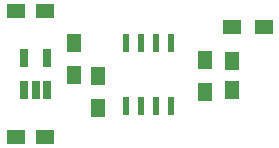
<source format=gbr>
G04 #@! TF.GenerationSoftware,KiCad,Pcbnew,(5.0.0-rc2-dev-444-g2974a2c10)*
G04 #@! TF.CreationDate,2018-10-06T13:39:59-07:00*
G04 #@! TF.ProjectId,2018-08-20 analog Trinket sub,323031382D30382D323020616E616C6F,rev?*
G04 #@! TF.SameCoordinates,Original*
G04 #@! TF.FileFunction,Paste,Top*
G04 #@! TF.FilePolarity,Positive*
%FSLAX46Y46*%
G04 Gerber Fmt 4.6, Leading zero omitted, Abs format (unit mm)*
G04 Created by KiCad (PCBNEW (5.0.0-rc2-dev-444-g2974a2c10)) date 10/06/18 13:39:59*
%MOMM*%
%LPD*%
G01*
G04 APERTURE LIST*
%ADD10R,1.500000X1.250000*%
%ADD11R,1.500000X1.300000*%
%ADD12R,1.300000X1.500000*%
%ADD13R,1.250000X1.500000*%
%ADD14R,0.600000X1.550000*%
%ADD15R,0.650000X1.560000*%
G04 APERTURE END LIST*
D10*
X220200000Y-67800000D03*
X217700000Y-67800000D03*
D11*
X236050000Y-58500000D03*
X238750000Y-58500000D03*
D12*
X233700000Y-61250000D03*
X233700000Y-63950000D03*
D13*
X236000000Y-63850000D03*
X236000000Y-61350000D03*
D10*
X220200000Y-57100000D03*
X217700000Y-57100000D03*
D14*
X227095000Y-59800000D03*
X228365000Y-59800000D03*
X229635000Y-59800000D03*
X230905000Y-59800000D03*
X230905000Y-65200000D03*
X229635000Y-65200000D03*
X228365000Y-65200000D03*
X227095000Y-65200000D03*
D15*
X218450000Y-61100000D03*
X220350000Y-61100000D03*
X220350000Y-63800000D03*
X219400000Y-63800000D03*
X218450000Y-63800000D03*
D12*
X222631000Y-62564000D03*
X222631000Y-59864000D03*
X224663000Y-65358000D03*
X224663000Y-62658000D03*
M02*

</source>
